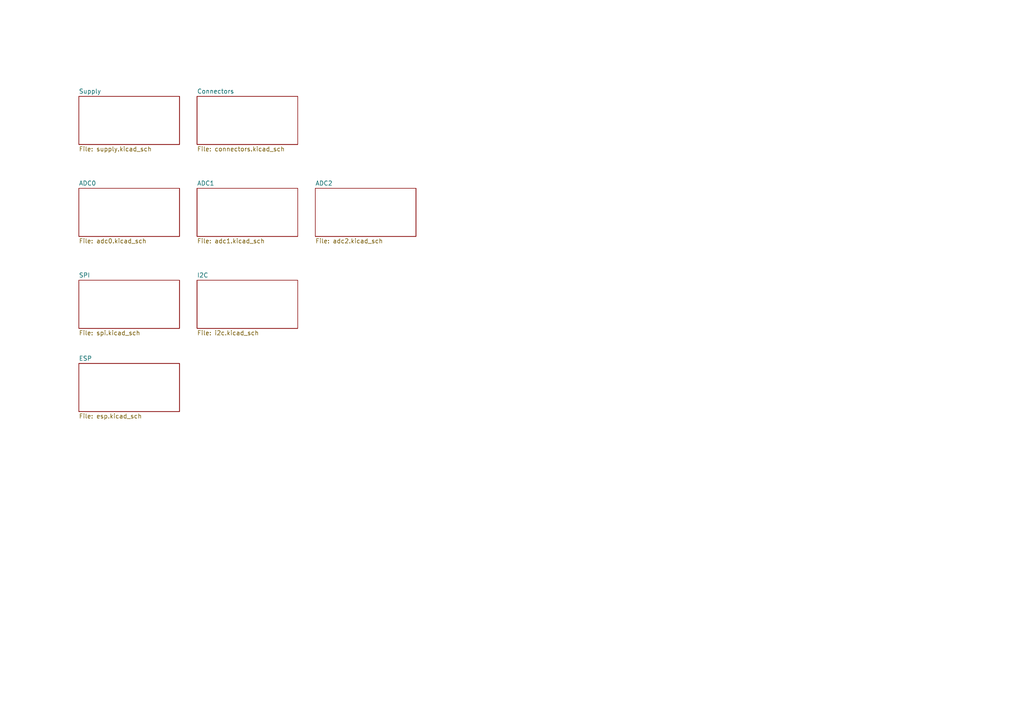
<source format=kicad_sch>
(kicad_sch (version 20230121) (generator eeschema)
  (paper "A4")
  (lib_symbols)
  (sheet (at 22.86 27.94) (size 29.21 13.97) (stroke (width 0.1524))
    (property "Sheetname" "Supply" (at 22.86 27.2284 0) (effects (justify left bottom)))
    (property "Sheetfile" "supply.kicad_sch" (at 22.86 42.4946 0) (effects (justify left top)))
  )
  (sheet (at 22.86 54.61) (size 29.21 13.97) (stroke (width 0.1524))
    (property "Sheetname" "ADC0" (at 22.86 53.8984 0) (effects (justify left bottom)))
    (property "Sheetfile" "adc0.kicad_sch" (at 22.86 69.1646 0) (effects (justify left top)))
  )
  (sheet (at 22.86 105.41) (size 29.21 13.97) (stroke (width 0.1524))
    (property "Sheetname" "ESP" (at 22.86 104.6984 0) (effects (justify left bottom)))
    (property "Sheetfile" "esp.kicad_sch" (at 22.86 119.9646 0) (effects (justify left top)))
  )
  (sheet (at 57.15 81.28) (size 29.21 13.97) (stroke (width 0.1524))
    (property "Sheetname" "I2C" (at 57.15 80.5684 0) (effects (justify left bottom)))
    (property "Sheetfile" "i2c.kicad_sch" (at 57.15 95.8346 0) (effects (justify left top)))
  )
  (sheet (at 91.44 54.61) (size 29.21 13.97) (stroke (width 0.1524))
    (property "Sheetname" "ADC2" (at 91.44 53.8984 0) (effects (justify left bottom)))
    (property "Sheetfile" "adc2.kicad_sch" (at 91.44 69.1646 0) (effects (justify left top)))
  )
  (sheet (at 57.15 27.94) (size 29.21 13.97) (stroke (width 0.1524))
    (property "Sheetname" "Connectors" (at 57.15 27.2284 0) (effects (justify left bottom)))
    (property "Sheetfile" "connectors.kicad_sch" (at 57.15 42.4946 0) (effects (justify left top)))
  )
  (sheet (at 22.86 81.28) (size 29.21 13.97) (stroke (width 0.1524))
    (property "Sheetname" "SPI" (at 22.86 80.5684 0) (effects (justify left bottom)))
    (property "Sheetfile" "spi.kicad_sch" (at 22.86 95.8346 0) (effects (justify left top)))
  )
  (sheet (at 57.15 54.61) (size 29.21 13.97) (stroke (width 0.1524))
    (property "Sheetname" "ADC1" (at 57.15 53.8984 0) (effects (justify left bottom)))
    (property "Sheetfile" "adc1.kicad_sch" (at 57.15 69.1646 0) (effects (justify left top)))
  )
)
</source>
